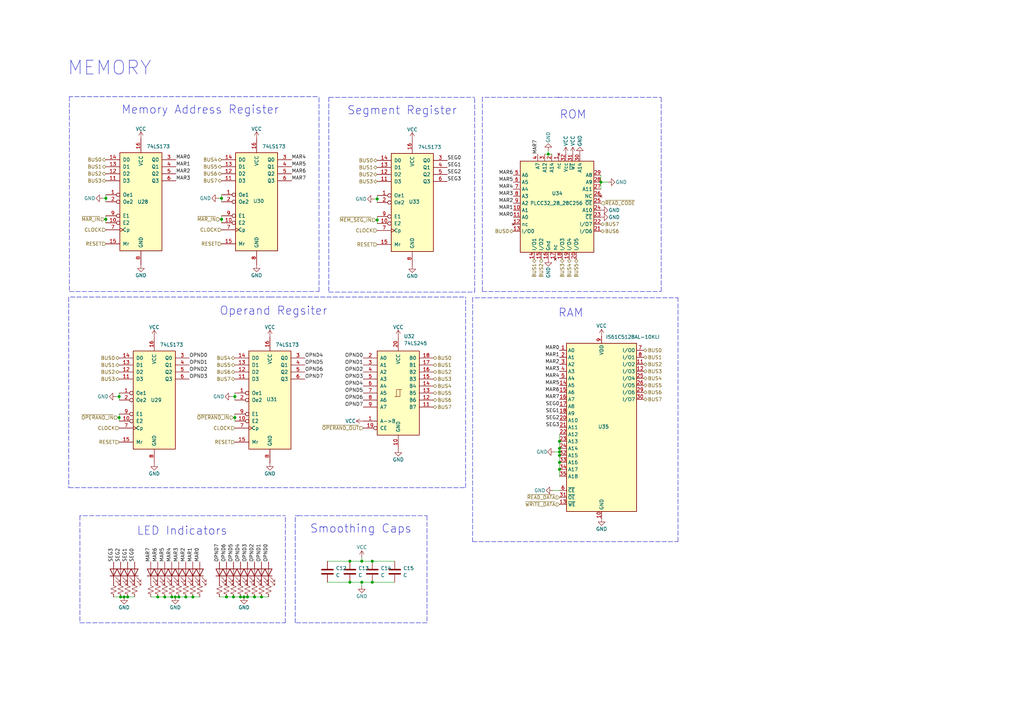
<source format=kicad_sch>
(kicad_sch (version 20211123) (generator eeschema)
  (paper "User" 370.992 259.994)
  (lib_symbols
    (symbol "74xx:74LS173" (pin_names (offset 1.016))
      (property "Reference" "U" (at -7.62 19.05 0))
      (property "Value" "74LS173" (at -7.62 -19.05 0))
      (symbol "74LS173_1_0"
        (pin input inverted (at -12.7 2.54 0) (length 5.08) (name "Oe1") (number "1"))
        (pin input inverted (at -12.7 -7.62 0) (length 5.08) (name "E2") (number "10"))
        (pin input line (at -12.7 7.62 0) (length 5.08) (name "D3") (number "11"))
        (pin input line (at -12.7 10.16 0) (length 5.08) (name "D2") (number "12"))
        (pin input line (at -12.7 12.7 0) (length 5.08) (name "D1") (number "13"))
        (pin input line (at -12.7 15.24 0) (length 5.08) (name "D0") (number "14"))
        (pin input line (at -12.7 -15.24 0) (length 5.08) (name "Mr") (number "15"))
        (pin power_in line (at 0 22.86 270) (length 5.08) (name "VCC") (number "16"))
        (pin input inverted (at -12.7 0 0) (length 5.08) (name "Oe2") (number "2"))
        (pin tri_state line (at 12.7 15.24 180) (length 5.08) (name "Q0") (number "3"))
        (pin tri_state line (at 12.7 12.7 180) (length 5.08) (name "Q1") (number "4"))
        (pin tri_state line (at 12.7 10.16 180) (length 5.08) (name "Q2") (number "5"))
        (pin tri_state line (at 12.7 7.62 180) (length 5.08) (name "Q3") (number "6"))
        (pin input clock (at -12.7 -10.16 0) (length 5.08) (name "Cp") (number "7"))
        (pin power_in line (at 0 -22.86 90) (length 5.08) (name "GND") (number "8"))
        (pin input inverted (at -12.7 -5.08 0) (length 5.08) (name "E1") (number "9"))
      )
      (symbol "74LS173_1_1"
        (rectangle (start -7.62 17.78) (end 7.62 -17.78) (stroke (width 0.254)) (fill (type background)))
      )
    )
    (symbol "74xx:74LS245" (pin_names (offset 1.016))
      (property "Reference" "U" (at -7.62 16.51 0))
      (property "Value" "74LS245" (at -7.62 -16.51 0))
      (symbol "74LS245_1_0"
        (polyline (pts (xy -0.635 -1.27) (xy -0.635 1.27) (xy 0.635 1.27)))
        (polyline (pts (xy -1.27 -1.27) (xy 0.635 -1.27) (xy 0.635 1.27) (xy 1.27 1.27)))
        (pin input line (at -12.7 -10.16 0) (length 5.08) (name "A->B") (number "1"))
        (pin power_in line (at 0 -20.32 90) (length 5.08) (name "GND") (number "10"))
        (pin tri_state line (at 12.7 -5.08 180) (length 5.08) (name "B7") (number "11"))
        (pin tri_state line (at 12.7 -2.54 180) (length 5.08) (name "B6") (number "12"))
        (pin tri_state line (at 12.7 0 180) (length 5.08) (name "B5") (number "13"))
        (pin tri_state line (at 12.7 2.54 180) (length 5.08) (name "B4") (number "14"))
        (pin tri_state line (at 12.7 5.08 180) (length 5.08) (name "B3") (number "15"))
        (pin tri_state line (at 12.7 7.62 180) (length 5.08) (name "B2") (number "16"))
        (pin tri_state line (at 12.7 10.16 180) (length 5.08) (name "B1") (number "17"))
        (pin tri_state line (at 12.7 12.7 180) (length 5.08) (name "B0") (number "18"))
        (pin input inverted (at -12.7 -12.7 0) (length 5.08) (name "CE") (number "19"))
        (pin tri_state line (at -12.7 12.7 0) (length 5.08) (name "A0") (number "2"))
        (pin power_in line (at 0 20.32 270) (length 5.08) (name "VCC") (number "20"))
        (pin tri_state line (at -12.7 10.16 0) (length 5.08) (name "A1") (number "3"))
        (pin tri_state line (at -12.7 7.62 0) (length 5.08) (name "A2") (number "4"))
        (pin tri_state line (at -12.7 5.08 0) (length 5.08) (name "A3") (number "5"))
        (pin tri_state line (at -12.7 2.54 0) (length 5.08) (name "A4") (number "6"))
        (pin tri_state line (at -12.7 0 0) (length 5.08) (name "A5") (number "7"))
        (pin tri_state line (at -12.7 -2.54 0) (length 5.08) (name "A6") (number "8"))
        (pin tri_state line (at -12.7 -5.08 0) (length 5.08) (name "A7") (number "9"))
      )
      (symbol "74LS245_1_1"
        (rectangle (start -7.62 15.24) (end 7.62 -15.24) (stroke (width 0.254)) (fill (type background)))
      )
    )
    (symbol "Device:C" (pin_numbers hide) (pin_names (offset 0.254))
      (property "Reference" "C" (at 0.635 2.54 0))
      (property "Value" "C" (at 0.635 -2.54 0))
      (symbol "C_0_1"
        (polyline (pts (xy -2.032 -0.762) (xy 2.032 -0.762)) (stroke (width 0.508)))
        (polyline (pts (xy -2.032 0.762) (xy 2.032 0.762)) (stroke (width 0.508)))
      )
      (symbol "C_1_1"
        (pin passive line (at 0 3.81 270) (length 2.794) (name "~") (number "1"))
        (pin passive line (at 0 -3.81 90) (length 2.794) (name "~") (number "2"))
      )
    )
    (symbol "Device:LED" (pin_numbers hide) (pin_names (offset 1.016) hide)
      (property "Reference" "D" (at 0 2.54 0))
      (property "Value" "LED" (at 0 -2.54 0))
      (symbol "LED_0_1"
        (polyline (pts (xy -1.27 -1.27) (xy -1.27 1.27)) (stroke (width 0.254)))
        (polyline (pts (xy -1.27 0) (xy 1.27 0)))
        (polyline (pts (xy 1.27 -1.27) (xy 1.27 1.27) (xy -1.27 0) (xy 1.27 -1.27)) (stroke (width 0.254)))
        (polyline (pts (xy -3.048 -0.762) (xy -4.572 -2.286) (xy -3.81 -2.286) (xy -4.572 -2.286) (xy -4.572 -1.524)))
        (polyline (pts (xy -1.778 -0.762) (xy -3.302 -2.286) (xy -2.54 -2.286) (xy -3.302 -2.286) (xy -3.302 -1.524)))
      )
      (symbol "LED_1_1"
        (pin passive line (at -3.81 0 0) (length 2.54) (name "K") (number "1"))
        (pin passive line (at 3.81 0 180) (length 2.54) (name "A") (number "2"))
      )
    )
    (symbol "Device:R_Small_US" (pin_numbers hide) (pin_names (offset 0.254) hide)
      (property "Reference" "R" (at 0.762 0.508 0))
      (property "Value" "R_Small_US" (at 0.762 -1.016 0))
      (symbol "R_Small_US_1_1"
        (polyline (pts (xy 0 0) (xy 1.016 -0.381) (xy 0 -0.762) (xy -1.016 -1.143) (xy 0 -1.524)))
        (polyline (pts (xy 0 1.524) (xy 1.016 1.143) (xy 0 0.762) (xy -1.016 0.381) (xy 0 0)))
        (pin passive line (at 0 2.54 270) (length 1.016) (name "~") (number "1"))
        (pin passive line (at 0 -2.54 90) (length 1.016) (name "~") (number "2"))
      )
    )
    (symbol "Memory_RAM:IS61C5128AL-10KLI"
      (property "Reference" "U" (at -10.16 31.75 0))
      (property "Value" "IS61C5128AL-10KLI" (at 12.7 31.75 0))
      (symbol "IS61C5128AL-10KLI_0_1"
        (rectangle (start -12.7 30.48) (end 12.7 -30.48) (stroke (width 0.254)) (fill (type background)))
      )
      (symbol "IS61C5128AL-10KLI_1_1"
        (pin input line (at -15.24 27.94 0) (length 2.54) (name "A0") (number "1"))
        (pin power_in line (at 0 -33.02 90) (length 2.54) (name "GND") (number "10"))
        (pin bidirectional line (at 15.24 22.86 180) (length 2.54) (name "I/O2") (number "11"))
        (pin bidirectional line (at 15.24 20.32 180) (length 2.54) (name "I/O3") (number "12"))
        (pin input line (at -15.24 -27.94 0) (length 2.54) (name "~{WE}") (number "13"))
        (pin input line (at -15.24 15.24 0) (length 2.54) (name "A5") (number "14"))
        (pin input line (at -15.24 12.7 0) (length 2.54) (name "A6") (number "15"))
        (pin input line (at -15.24 10.16 0) (length 2.54) (name "A7") (number "16"))
        (pin input line (at -15.24 7.62 0) (length 2.54) (name "A8") (number "17"))
        (pin input line (at -15.24 5.08 0) (length 2.54) (name "A9") (number "18"))
        (pin no_connect line (at 12.7 -27.94 180) (length 2.54) hide (name "NC") (number "19"))
        (pin input line (at -15.24 25.4 0) (length 2.54) (name "A1") (number "2"))
        (pin input line (at -15.24 2.54 0) (length 2.54) (name "A10") (number "20"))
        (pin input line (at -15.24 0 0) (length 2.54) (name "A11") (number "21"))
        (pin input line (at -15.24 -2.54 0) (length 2.54) (name "A12") (number "22"))
        (pin input line (at -15.24 -5.08 0) (length 2.54) (name "A13") (number "23"))
        (pin input line (at -15.24 -7.62 0) (length 2.54) (name "A14") (number "24"))
        (pin bidirectional line (at 15.24 17.78 180) (length 2.54) (name "I/O4") (number "25"))
        (pin bidirectional line (at 15.24 15.24 180) (length 2.54) (name "I/O5") (number "26"))
        (pin passive line (at 0 33.02 270) (length 2.54) hide (name "VDD") (number "27"))
        (pin passive line (at 0 -33.02 90) (length 2.54) hide (name "GND") (number "28"))
        (pin bidirectional line (at 15.24 12.7 180) (length 2.54) (name "I/O6") (number "29"))
        (pin input line (at -15.24 22.86 0) (length 2.54) (name "A2") (number "3"))
        (pin bidirectional line (at 15.24 10.16 180) (length 2.54) (name "I/O7") (number "30"))
        (pin input line (at -15.24 -25.4 0) (length 2.54) (name "~{OE}") (number "31"))
        (pin input line (at -15.24 -10.16 0) (length 2.54) (name "A15") (number "32"))
        (pin input line (at -15.24 -12.7 0) (length 2.54) (name "A16") (number "33"))
        (pin input line (at -15.24 -15.24 0) (length 2.54) (name "A17") (number "34"))
        (pin input line (at -15.24 -17.78 0) (length 2.54) (name "A18") (number "35"))
        (pin no_connect line (at 12.7 -25.4 180) (length 2.54) hide (name "NC") (number "36"))
        (pin input line (at -15.24 20.32 0) (length 2.54) (name "A3") (number "4"))
        (pin input line (at -15.24 17.78 0) (length 2.54) (name "A4") (number "5"))
        (pin input line (at -15.24 -22.86 0) (length 2.54) (name "~{CE}") (number "6"))
        (pin bidirectional line (at 15.24 27.94 180) (length 2.54) (name "I/O0") (number "7"))
        (pin bidirectional line (at 15.24 25.4 180) (length 2.54) (name "I/O1") (number "8"))
        (pin power_in line (at 0 33.02 270) (length 2.54) (name "VDD") (number "9"))
      )
    )
    (symbol "Stephen:PLCC32_28_28C256"
      (property "Reference" "U" (at 19.05 -22.86 0))
      (property "Value" "PLCC32_28_28C256" (at 10.16 -20.32 0))
      (symbol "PLCC32_28_28C256_1_1"
        (rectangle (start -12.7 15.24) (end 13.97 -17.78) (stroke (width 0.254)) (fill (type background)))
        (pin no_connect line (at 1.27 17.78 270) (length 2.54) (name "nc") (number "1"))
        (pin input line (at -15.24 -2.54 0) (length 2.54) (name "A1") (number "10"))
        (pin input line (at -15.24 -5.08 0) (length 2.54) (name "A0") (number "11"))
        (pin no_connect line (at -15.24 -7.62 0) (length 2.54) (name "nc") (number "12"))
        (pin bidirectional line (at -15.24 -10.16 0) (length 2.54) (name "I/O0") (number "13"))
        (pin bidirectional line (at -7.62 -20.32 90) (length 2.54) (name "I/O1") (number "14"))
        (pin bidirectional line (at -5.08 -20.32 90) (length 2.54) (name "I/O2") (number "15"))
        (pin power_in line (at -2.54 -20.32 90) (length 2.54) (name "Gnd") (number "16"))
        (pin no_connect line (at 0 -20.32 90) (length 2.54) (name "nc") (number "17"))
        (pin bidirectional line (at 2.54 -20.32 90) (length 2.54) (name "I/O3") (number "18"))
        (pin bidirectional line (at 5.08 -20.32 90) (length 2.54) (name "I/O4") (number "19"))
        (pin input line (at -1.27 17.78 270) (length 2.54) (name "A14") (number "2"))
        (pin bidirectional line (at 7.62 -20.32 90) (length 2.54) (name "I/O5") (number "20"))
        (pin bidirectional line (at 16.51 -10.16 180) (length 2.54) (name "I/O6") (number "21"))
        (pin bidirectional line (at 16.51 -7.62 180) (length 2.54) (name "I/O7") (number "22"))
        (pin input line (at 16.51 -5.08 180) (length 2.54) (name "~{CE}") (number "23"))
        (pin input line (at 16.51 -2.54 180) (length 2.54) (name "A10") (number "24"))
        (pin input line (at 16.51 0 180) (length 2.54) (name "~{OE}") (number "25"))
        (pin no_connect line (at 16.51 2.54 180) (length 2.54) (name "NC") (number "26"))
        (pin input line (at 16.51 5.08 180) (length 2.54) (name "A11") (number "27"))
        (pin input line (at 16.51 7.62 180) (length 2.54) (name "A9") (number "28"))
        (pin input line (at 16.51 10.16 180) (length 2.54) (name "A8") (number "29"))
        (pin input line (at -3.81 17.78 270) (length 2.54) (name "A12") (number "3"))
        (pin input line (at 8.89 17.78 270) (length 2.54) (name "A14") (number "30"))
        (pin input line (at 6.35 17.78 270) (length 2.54) (name "~{WE}") (number "31"))
        (pin power_in line (at 3.81 17.78 270) (length 2.54) (name "Vcc") (number "32"))
        (pin input line (at -6.35 17.78 270) (length 2.54) (name "A7") (number "4"))
        (pin input line (at -15.24 10.16 0) (length 2.54) (name "A6") (number "5"))
        (pin input line (at -15.24 7.62 0) (length 2.54) (name "A5") (number "6"))
        (pin input line (at -15.24 5.08 0) (length 2.54) (name "A4") (number "7"))
        (pin input line (at -15.24 2.54 0) (length 2.54) (name "A3") (number "8"))
        (pin input line (at -15.24 0 0) (length 2.54) (name "A2") (number "9"))
      )
    )
    (symbol "power:GND" (power) (pin_names (offset 0))
      (property "Value" "GND" (at 0 -3.81 0))
      (symbol "GND_0_1"
        (polyline (pts (xy 0 0) (xy 0 -1.27) (xy 1.27 -1.27) (xy 0 -2.54) (xy -1.27 -1.27) (xy 0 -1.27)))
      )
      (symbol "GND_1_1"
        (pin power_in line (at 0 0 270) (length 0) hide (name "GND") (number "1"))
      )
    )
    (symbol "power:VCC" (power) (pin_names (offset 0))
      (property "Value" "VCC" (at 0 3.81 0))
      (symbol "VCC_0_1"
        (polyline (pts (xy -0.762 1.27) (xy 0 2.54)))
        (polyline (pts (xy 0 0) (xy 0 2.54)))
        (polyline (pts (xy 0 2.54) (xy 0.762 1.27)))
      )
      (symbol "VCC_1_1"
        (pin power_in line (at 0 0 90) (length 0) hide (name "VCC") (number "1"))
      )
    )
  )
  (junction (at 84.582 216.408))
  (junction (at 44.958 216.408))
  (junction (at 67.31 216.408))
  (junction (at 80.264 79.502))
  (junction (at 202.692 165.1))
  (junction (at 134.874 211.074))
  (junction (at 82.042 216.408))
  (junction (at 38.354 79.502))
  (junction (at 43.18 143.764))
  (junction (at 80.264 71.882))
  (junction (at 198.628 55.88))
  (junction (at 92.202 216.408))
  (junction (at 131.064 203.454))
  (junction (at 85.09 143.764))
  (junction (at 46.228 216.408))
  (junction (at 85.09 151.384))
  (junction (at 62.23 216.408))
  (junction (at 131.064 211.074))
  (junction (at 202.692 163.83))
  (junction (at 57.15 216.408))
  (junction (at 94.742 216.408))
  (junction (at 87.122 216.408))
  (junction (at 43.688 216.408))
  (junction (at 136.652 79.756))
  (junction (at 202.692 162.56))
  (junction (at 64.77 216.408))
  (junction (at 38.354 71.882))
  (junction (at 88.392 216.408))
  (junction (at 43.18 151.384))
  (junction (at 202.692 160.02))
  (junction (at 126.746 203.454))
  (junction (at 59.69 216.408))
  (junction (at 202.692 167.64))
  (junction (at 202.692 170.18))
  (junction (at 126.746 211.074))
  (junction (at 217.678 66.04))
  (junction (at 134.874 203.454))
  (junction (at 89.662 216.408))
  (junction (at 63.5 216.408))
  (junction (at 136.652 72.136))
  (junction (at 69.85 216.408))
  (polyline (pts (xy 148.336 35.306) (xy 171.958 35.306)))
  (wire (pts (xy 202.692 165.1) (xy 202.692 167.64)))
  (polyline (pts (xy 106.934 186.944) (xy 108.204 186.944)))
  (polyline (pts (xy 25.146 105.664) (xy 115.57 105.664)))
  (wire (pts (xy 84.582 216.408) (xy 87.122 216.408)))
  (wire (pts (xy 131.064 212.344) (xy 131.064 211.074)))
  (wire (pts (xy 202.692 167.64) (xy 202.692 170.18)))
  (wire (pts (xy 87.122 216.408) (xy 88.392 216.408)))
  (polyline (pts (xy 168.656 176.784) (xy 168.656 107.696)))
  (wire (pts (xy 198.628 54.61) (xy 198.628 55.88)))
  (wire (pts (xy 198.628 55.88) (xy 197.358 55.88)))
  (polyline (pts (xy 174.752 35.306) (xy 174.752 105.664)))
  (wire (pts (xy 84.074 143.764) (xy 85.09 143.764)))
  (wire (pts (xy 136.652 78.486) (xy 136.652 79.756)))
  (wire (pts (xy 136.652 72.136) (xy 136.652 73.406)))
  (wire (pts (xy 202.692 162.56) (xy 202.692 163.83)))
  (polyline (pts (xy 239.522 105.664) (xy 239.522 35.306)))
  (polyline (pts (xy 115.57 105.664) (xy 115.57 35.052)))
  (wire (pts (xy 134.874 211.074) (xy 143.002 211.074)))
  (wire (pts (xy 202.692 163.83) (xy 202.692 165.1)))
  (wire (pts (xy 38.354 71.882) (xy 38.354 73.152)))
  (polyline (pts (xy 24.892 176.784) (xy 168.656 176.784)))
  (wire (pts (xy 42.164 143.764) (xy 43.18 143.764)))
  (polyline (pts (xy 106.934 225.806) (xy 106.934 186.944)))
  (polyline (pts (xy 54.61 186.944) (xy 28.956 186.944)))
  (wire (pts (xy 89.662 216.408) (xy 92.202 216.408)))
  (wire (pts (xy 85.09 151.384) (xy 85.09 152.654)))
  (polyline (pts (xy 98.044 107.696) (xy 24.892 107.696)))
  (wire (pts (xy 67.31 216.408) (xy 69.85 216.408)))
  (wire (pts (xy 64.77 216.408) (xy 67.31 216.408)))
  (wire (pts (xy 131.064 211.074) (xy 126.746 211.074)))
  (wire (pts (xy 38.354 79.502) (xy 38.354 80.772)))
  (polyline (pts (xy 202.184 35.306) (xy 239.522 35.306)))
  (wire (pts (xy 54.61 216.408) (xy 57.15 216.408)))
  (polyline (pts (xy 154.686 225.806) (xy 106.934 225.806)))
  (wire (pts (xy 200.914 163.83) (xy 202.692 163.83)))
  (wire (pts (xy 80.264 79.502) (xy 80.264 80.772)))
  (wire (pts (xy 85.09 150.114) (xy 85.09 151.384)))
  (wire (pts (xy 126.746 203.454) (xy 118.618 203.454)))
  (wire (pts (xy 38.354 78.232) (xy 38.354 79.502)))
  (wire (pts (xy 37.338 71.882) (xy 38.354 71.882)))
  (wire (pts (xy 57.15 216.408) (xy 59.69 216.408)))
  (wire (pts (xy 43.18 150.114) (xy 43.18 151.384)))
  (polyline (pts (xy 28.956 225.806) (xy 103.378 225.806)))
  (wire (pts (xy 38.354 70.612) (xy 38.354 71.882)))
  (wire (pts (xy 46.228 216.408) (xy 48.768 216.408)))
  (wire (pts (xy 85.09 143.764) (xy 85.09 145.034)))
  (wire (pts (xy 37.846 79.502) (xy 38.354 79.502)))
  (wire (pts (xy 42.672 151.384) (xy 43.18 151.384)))
  (wire (pts (xy 79.756 79.502) (xy 80.264 79.502)))
  (wire (pts (xy 43.18 143.764) (xy 43.18 145.034)))
  (wire (pts (xy 84.582 151.384) (xy 85.09 151.384)))
  (wire (pts (xy 136.144 79.756) (xy 136.652 79.756)))
  (wire (pts (xy 62.23 216.408) (xy 63.5 216.408)))
  (polyline (pts (xy 171.196 107.95) (xy 171.196 196.342)))
  (wire (pts (xy 131.064 202.184) (xy 131.064 203.454)))
  (polyline (pts (xy 54.356 186.944) (xy 103.378 186.944)))
  (polyline (pts (xy 103.378 225.806) (xy 103.378 186.944)))
  (wire (pts (xy 63.5 216.408) (xy 64.77 216.408)))
  (wire (pts (xy 41.148 216.408) (xy 43.688 216.408)))
  (polyline (pts (xy 202.438 35.306) (xy 174.752 35.306)))
  (wire (pts (xy 80.264 71.882) (xy 80.264 73.152)))
  (wire (pts (xy 79.248 71.882) (xy 80.264 71.882)))
  (polyline (pts (xy 119.126 35.306) (xy 119.126 105.918)))
  (wire (pts (xy 198.628 55.88) (xy 199.898 55.88)))
  (polyline (pts (xy 107.95 186.944) (xy 154.686 186.944)))
  (polyline (pts (xy 171.958 105.918) (xy 171.958 35.306)))
  (wire (pts (xy 136.652 70.866) (xy 136.652 72.136)))
  (wire (pts (xy 202.692 157.48) (xy 202.692 160.02)))
  (wire (pts (xy 202.692 160.02) (xy 202.692 162.56)))
  (wire (pts (xy 200.406 177.8) (xy 202.692 177.8)))
  (polyline (pts (xy 28.956 186.944) (xy 28.956 225.806)))
  (wire (pts (xy 88.392 216.408) (xy 89.662 216.408)))
  (polyline (pts (xy 24.892 107.696) (xy 24.892 176.784)))
  (polyline (pts (xy 148.336 35.306) (xy 119.126 35.306)))
  (wire (pts (xy 43.688 216.408) (xy 44.958 216.408)))
  (wire (pts (xy 43.18 151.384) (xy 43.18 152.654)))
  (wire (pts (xy 202.692 170.18) (xy 202.692 172.72)))
  (polyline (pts (xy 174.752 105.664) (xy 239.522 105.664)))
  (polyline (pts (xy 25.146 35.052) (xy 25.146 105.664)))
  (wire (pts (xy 131.064 211.074) (xy 134.874 211.074)))
  (wire (pts (xy 82.042 216.408) (xy 84.582 216.408)))
  (wire (pts (xy 126.746 211.074) (xy 118.618 211.074)))
  (wire (pts (xy 217.678 66.04) (xy 220.218 66.04)))
  (wire (pts (xy 43.18 142.494) (xy 43.18 143.764)))
  (wire (pts (xy 135.636 72.136) (xy 136.652 72.136)))
  (wire (pts (xy 217.678 66.04) (xy 217.678 68.58)))
  (polyline (pts (xy 154.686 186.944) (xy 154.686 225.806)))
  (wire (pts (xy 126.746 203.454) (xy 131.064 203.454)))
  (polyline (pts (xy 171.196 196.342) (xy 245.618 196.342)))
  (polyline (pts (xy 245.618 196.342) (xy 245.618 107.95)))
  (polyline (pts (xy 72.136 35.052) (xy 25.146 35.052)))
  (polyline (pts (xy 72.136 35.052) (xy 115.57 35.052)))
  (wire (pts (xy 79.502 216.408) (xy 82.042 216.408)))
  (wire (pts (xy 92.202 216.408) (xy 94.742 216.408)))
  (wire (pts (xy 80.264 78.232) (xy 80.264 79.502)))
  (wire (pts (xy 217.678 63.5) (xy 217.678 66.04)))
  (wire (pts (xy 85.09 142.494) (xy 85.09 143.764)))
  (polyline (pts (xy 97.79 107.696) (xy 168.656 107.696)))
  (polyline (pts (xy 119.126 105.918) (xy 171.958 105.918)))
  (wire (pts (xy 131.064 203.454) (xy 134.874 203.454)))
  (wire (pts (xy 136.652 79.756) (xy 136.652 81.026)))
  (wire (pts (xy 59.69 216.408) (xy 62.23 216.408)))
  (polyline (pts (xy 210.312 107.95) (xy 171.196 107.95)))
  (wire (pts (xy 44.958 216.408) (xy 46.228 216.408)))
  (wire (pts (xy 80.264 70.612) (xy 80.264 71.882)))
  (polyline (pts (xy 210.312 107.95) (xy 245.618 107.95)))
  (wire (pts (xy 69.85 216.408) (xy 72.39 216.408)))
  (wire (pts (xy 134.874 203.454) (xy 143.002 203.454)))
  (wire (pts (xy 94.742 216.408) (xy 97.282 216.408)))
  (text "Segment Register" (at 125.73 41.91 0) (effects (font (size 3 3)) (justify left bottom)))
  (text "Operand Regsiter" (at 79.502 114.554 0) (effects (font (size 3 3)) (justify left bottom)))
  (text "MEMORY" (at 24.384 27.686 0) (effects (font (size 5 5)) (justify left bottom)))
  (text "RAM" (at 202.184 115.316 0) (effects (font (size 3 3)) (justify left bottom)))
  (text "Memory Address Register" (at 43.942 41.656 0) (effects (font (size 3 3)) (justify left bottom)))
  (text "LED Indicators" (at 49.53 194.31 0) (effects (font (size 3 3)) (justify left bottom)))
  (text "ROM" (at 202.692 43.434 0) (effects (font (size 3 3)) (justify left bottom)))
  (text "Smoothing Caps" (at 112.268 193.548 0) (effects (font (size 3 3)) (justify left bottom)))
  (label "MAR3" (at 185.928 71.12 180))
  (label "SEG3" (at 162.052 65.786 0))
  (label "SEG2" (at 43.688 203.708 90))
  (label "OPND5" (at 131.572 142.494 180))
  (label "MAR6" (at 57.15 203.708 90))
  (label "MAR4" (at 202.692 137.16 180))
  (label "OPND4" (at 87.122 203.708 90))
  (label "OPND1" (at 131.572 132.334 180))
  (label "MAR2" (at 63.754 62.992 0))
  (label "MAR0" (at 202.692 127 180))
  (label "OPND0" (at 131.572 129.794 180))
  (label "MAR2" (at 67.31 203.708 90))
  (label "OPND2" (at 68.58 134.874 0))
  (label "MAR7" (at 54.61 203.708 90))
  (label "SEG1" (at 46.228 203.708 90))
  (label "MAR2" (at 185.928 73.66 180))
  (label "OPND2" (at 92.202 203.708 90))
  (label "OPND7" (at 110.49 137.414 0))
  (label "SEG1" (at 162.052 60.706 0))
  (label "OPND6" (at 110.49 134.874 0))
  (label "MAR1" (at 202.692 129.54 180))
  (label "SEG0" (at 162.052 58.166 0))
  (label "OPND4" (at 110.49 129.794 0))
  (label "MAR6" (at 185.928 63.5 180))
  (label "OPND1" (at 68.58 132.334 0))
  (label "MAR4" (at 185.928 68.58 180))
  (label "MAR5" (at 185.928 66.04 180))
  (label "OPND6" (at 82.042 203.708 90))
  (label "MAR5" (at 105.664 60.452 0))
  (label "SEG3" (at 41.148 203.708 90))
  (label "MAR1" (at 63.754 60.452 0))
  (label "MAR6" (at 202.692 142.24 180))
  (label "OPND5" (at 110.49 132.334 0))
  (label "SEG2" (at 162.052 63.246 0))
  (label "OPND4" (at 131.572 139.954 180))
  (label "MAR2" (at 202.692 132.08 180))
  (label "MAR4" (at 105.664 57.912 0))
  (label "MAR7" (at 194.818 55.88 90))
  (label "MAR0" (at 72.39 203.708 90))
  (label "SEG1" (at 202.692 149.86 180))
  (label "MAR0" (at 63.754 57.912 0))
  (label "MAR4" (at 62.23 203.708 90))
  (label "MAR1" (at 185.928 76.2 180))
  (label "OPND7" (at 79.502 203.708 90))
  (label "MAR5" (at 59.69 203.708 90))
  (label "OPND1" (at 94.742 203.708 90))
  (label "SEG2" (at 202.692 152.4 180))
  (label "OPND3" (at 131.572 137.414 180))
  (label "MAR1" (at 69.85 203.708 90))
  (label "MAR6" (at 105.664 62.992 0))
  (label "MAR3" (at 202.692 134.62 180))
  (label "OPND2" (at 131.572 134.874 180))
  (label "OPND5" (at 84.582 203.708 90))
  (label "MAR3" (at 64.77 203.708 90))
  (label "MAR5" (at 202.692 139.7 180))
  (label "OPND0" (at 68.58 129.794 0))
  (label "SEG0" (at 202.692 147.32 180))
  (label "MAR7" (at 105.664 65.532 0))
  (label "OPND6" (at 131.572 145.034 180))
  (label "SEG3" (at 202.692 154.94 180))
  (label "MAR3" (at 63.754 65.532 0))
  (label "OPND3" (at 89.662 203.708 90))
  (label "MAR0" (at 185.928 78.74 180))
  (label "MAR7" (at 202.692 144.78 180))
  (label "OPND7" (at 131.572 147.574 180))
  (label "OPND3" (at 68.58 137.414 0))
  (label "OPND0" (at 97.282 203.708 90))
  (label "SEG0" (at 48.768 203.708 90))
  (hierarchical_label "BUS1" (shape tri_state) (at 136.652 60.706 180))
  (hierarchical_label "BUS7" (shape tri_state) (at 80.264 65.532 180))
  (hierarchical_label "~{OPERAND_OUT}" (shape input) (at 131.572 155.194 180))
  (hierarchical_label "BUS1" (shape tri_state) (at 233.172 129.54 0))
  (hierarchical_label "RESET" (shape input) (at 85.09 160.274 180))
  (hierarchical_label "RESET" (shape input) (at 43.18 160.274 180))
  (hierarchical_label "CLOCK" (shape input) (at 80.264 83.312 180))
  (hierarchical_label "~{MEM_SEG_IN}" (shape input) (at 136.144 79.756 180))
  (hierarchical_label "BUS3" (shape tri_state) (at 136.652 65.786 180))
  (hierarchical_label "BUS4" (shape tri_state) (at 85.09 129.794 180))
  (hierarchical_label "~{OPERAND_IN}" (shape input) (at 42.672 151.384 180))
  (hierarchical_label "BUS0" (shape tri_state) (at 38.354 57.912 180))
  (hierarchical_label "CLOCK" (shape input) (at 38.354 83.312 180))
  (hierarchical_label "BUS6" (shape tri_state) (at 85.09 134.874 180))
  (hierarchical_label "BUS2" (shape tri_state) (at 156.972 134.874 0))
  (hierarchical_label "BUS1" (shape tri_state) (at 156.972 132.334 0))
  (hierarchical_label "BUS4" (shape tri_state) (at 206.248 93.98 270))
  (hierarchical_label "BUS5" (shape tri_state) (at 85.09 132.334 180))
  (hierarchical_label "BUS3" (shape tri_state) (at 233.172 134.62 0))
  (hierarchical_label "BUS2" (shape tri_state) (at 196.088 93.98 270))
  (hierarchical_label "~{OPERAND_IN}" (shape input) (at 84.582 151.384 180))
  (hierarchical_label "BUS7" (shape tri_state) (at 156.972 147.574 0))
  (hierarchical_label "CLOCK" (shape input) (at 43.18 155.194 180))
  (hierarchical_label "BUS0" (shape tri_state) (at 136.652 58.166 180))
  (hierarchical_label "CLOCK" (shape input) (at 85.09 155.194 180))
  (hierarchical_label "BUS7" (shape tri_state) (at 233.172 144.78 0))
  (hierarchical_label "BUS0" (shape tri_state) (at 156.972 129.794 0))
  (hierarchical_label "BUS3" (shape tri_state) (at 203.708 93.98 270))
  (hierarchical_label "BUS4" (shape tri_state) (at 233.172 137.16 0))
  (hierarchical_label "BUS3" (shape tri_state) (at 43.18 137.414 180))
  (hierarchical_label "BUS6" (shape tri_state) (at 156.972 145.034 0))
  (hierarchical_label "BUS2" (shape tri_state) (at 38.354 62.992 180))
  (hierarchical_label "~{MAR_IN}" (shape input) (at 37.846 79.502 180))
  (hierarchical_label "BUS1" (shape tri_state) (at 38.354 60.452 180))
  (hierarchical_label "BUS7" (shape tri_state) (at 217.678 81.28 0))
  (hierarchical_label "RESET" (shape input) (at 80.264 88.392 180))
  (hierarchical_label "BUS4" (shape tri_state) (at 156.972 139.954 0))
  (hierarchical_label "BUS6" (shape tri_state) (at 80.264 62.992 180))
  (hierarchical_label "BUS2" (shape tri_state) (at 43.18 134.874 180))
  (hierarchical_label "BUS3" (shape tri_state) (at 156.972 137.414 0))
  (hierarchical_label "~{WRITE_DATA}" (shape input) (at 202.692 182.88 180))
  (hierarchical_label "RESET" (shape input) (at 136.652 88.646 180))
  (hierarchical_label "BUS4" (shape tri_state) (at 80.264 57.912 180))
  (hierarchical_label "BUS5" (shape tri_state) (at 208.788 93.98 270))
  (hierarchical_label "BUS6" (shape tri_state) (at 217.678 83.82 0))
  (hierarchical_label "BUS2" (shape tri_state) (at 136.652 63.246 180))
  (hierarchical_label "BUS5" (shape tri_state) (at 80.264 60.452 180))
  (hierarchical_label "BUS5" (shape tri_state) (at 156.972 142.494 0))
  (hierarchical_label "BUS0" (shape tri_state) (at 233.172 127 0))
  (hierarchical_label "BUS0" (shape tri_state) (at 185.928 83.82 180))
  (hierarchical_label "BUS1" (shape tri_state) (at 43.18 132.334 180))
  (hierarchical_label "BUS1" (shape tri_state) (at 193.548 93.98 270))
  (hierarchical_label "~{MAR_IN}" (shape input) (at 79.756 79.502 180))
  (hierarchical_label "BUS0" (shape tri_state) (at 43.18 129.794 180))
  (hierarchical_label "BUS7" (shape tri_state) (at 85.09 137.414 180))
  (hierarchical_label "~{READ_CODE}" (shape input) (at 217.678 73.66 0))
  (hierarchical_label "BUS3" (shape tri_state) (at 38.354 65.532 180))
  (hierarchical_label "BUS5" (shape tri_state) (at 233.172 139.7 0))
  (hierarchical_label "CLOCK" (shape input) (at 136.652 83.566 180))
  (hierarchical_label "BUS6" (shape tri_state) (at 233.172 142.24 0))
  (hierarchical_label "~{READ_DATA}" (shape input) (at 202.692 180.34 180))
  (hierarchical_label "BUS2" (shape tri_state) (at 233.172 132.08 0))
  (hierarchical_label "RESET" (shape input) (at 38.354 88.392 180))
  (symbol (lib_id "Device:C") (at 118.618 207.264 0) (unit 1)
    (property "Reference" "C12" (at 121.666 205.9939 0) (effects (justify left)))
    (property "Value" "C" (at 121.666 208.5339 0) (effects (justify left)))
    (property "Footprint" "Capacitor_SMD:C_0805_2012Metric" (effects hide))
  )
  (symbol (lib_id "power:VCC") (at 55.88 122.174 0) (unit 1)
    (property "Reference" "#PWR0116" (effects hide))
    (property "Value" "VCC" (at 55.88 118.618 0))
  )
  (symbol (lib_id "Device:R_Small_US") (at 72.39 213.868 0) (unit 1)
    (property "Reference" "R65" (effects hide))
    (property "Value" "R_Small_US" (effects hide))
    (property "Footprint" "Resistor_SMD:R_0805_2012Metric" (effects hide))
  )
  (symbol (lib_id "74xx:74LS173") (at 92.964 73.152 0) (unit 1)
    (property "Reference" "U30" (at 91.694 72.898 0) (effects (justify left)))
    (property "Value" "74LS173" (at 94.9834 53.086 0) (effects (justify left)))
    (property "Footprint" "Package_SO:TSSOP-16_4.4x5mm_P0.65mm" (effects hide))
    (property "Datasheet" "http://www.ti.com/lit/gpn/sn74LS173" (effects hide))
  )
  (symbol (lib_id "power:GND") (at 149.352 96.266 0) (unit 1)
    (property "Reference" "#PWR0133" (effects hide))
    (property "Value" "GND" (at 149.352 100.076 0))
  )
  (symbol (lib_id "74xx:74LS173") (at 51.054 73.152 0) (unit 1)
    (property "Reference" "U28" (at 49.784 73.152 0) (effects (justify left)))
    (property "Value" "74LS173" (at 53.0734 53.086 0) (effects (justify left)))
    (property "Footprint" "Package_SO:TSSOP-16_4.4x5mm_P0.65mm" (effects hide))
    (property "Datasheet" "http://www.ti.com/lit/gpn/sn74LS173" (effects hide))
  )
  (symbol (lib_id "power:GND") (at 135.636 72.136 270) (unit 1)
    (property "Reference" "#PWR0129" (effects hide))
    (property "Value" "GND" (at 130.81 72.136 90))
  )
  (symbol (lib_id "Device:LED") (at 89.662 207.518 90) (unit 1)
    (property "Reference" "D70" (effects hide))
    (property "Value" "LED" (effects hide))
    (property "Footprint" "LED_SMD:LED_0805_2012Metric" (effects hide))
  )
  (symbol (lib_id "Device:R_Small_US") (at 94.742 213.868 0) (unit 1)
    (property "Reference" "R72" (effects hide))
    (property "Value" "R_Small_US" (effects hide))
    (property "Footprint" "Resistor_SMD:R_0805_2012Metric" (effects hide))
  )
  (symbol (lib_id "power:GND") (at 55.88 167.894 0) (unit 1)
    (property "Reference" "#PWR0117" (effects hide))
    (property "Value" "GND" (at 55.88 171.704 0))
  )
  (symbol (lib_id "power:VCC") (at 149.352 50.546 0) (unit 1)
    (property "Reference" "#PWR0132" (effects hide))
    (property "Value" "VCC" (at 149.352 46.99 0))
  )
  (symbol (lib_id "power:GND") (at 42.164 143.764 270) (unit 1)
    (property "Reference" "#PWR0112" (effects hide))
    (property "Value" "GND" (at 37.338 143.764 90))
  )
  (symbol (lib_id "Device:LED") (at 82.042 207.518 90) (unit 1)
    (property "Reference" "D67" (effects hide))
    (property "Value" "LED" (effects hide))
    (property "Footprint" "LED_SMD:LED_0805_2012Metric" (effects hide))
  )
  (symbol (lib_id "Device:R_Small_US") (at 64.77 213.868 0) (unit 1)
    (property "Reference" "R62" (effects hide))
    (property "Value" "R_Small_US" (effects hide))
    (property "Footprint" "Resistor_SMD:R_0805_2012Metric" (effects hide))
  )
  (symbol (lib_id "power:VCC") (at 131.064 202.184 0) (unit 1)
    (property "Reference" "#PWR0126" (effects hide))
    (property "Value" "VCC" (at 131.064 198.374 0))
  )
  (symbol (lib_id "Device:R_Small_US") (at 69.85 213.868 0) (unit 1)
    (property "Reference" "R64" (effects hide))
    (property "Value" "R_Small_US" (effects hide))
    (property "Footprint" "Resistor_SMD:R_0805_2012Metric" (effects hide))
  )
  (symbol (lib_id "power:GND") (at 131.064 212.344 0) (unit 1)
    (property "Reference" "#PWR0127" (effects hide))
    (property "Value" "GND" (at 131.064 216.154 0))
  )
  (symbol (lib_id "power:GND") (at 84.074 143.764 270) (unit 1)
    (property "Reference" "#PWR0120" (effects hide))
    (property "Value" "GND" (at 79.248 143.764 90))
  )
  (symbol (lib_id "Device:R_Small_US") (at 79.502 213.868 0) (unit 1)
    (property "Reference" "R66" (effects hide))
    (property "Value" "R_Small_US" (effects hide))
    (property "Footprint" "Resistor_SMD:R_0805_2012Metric" (effects hide))
  )
  (symbol (lib_id "Device:LED") (at 41.148 207.518 90) (unit 1)
    (property "Reference" "D54" (effects hide))
    (property "Value" "LED" (effects hide))
    (property "Footprint" "LED_SMD:LED_0805_2012Metric" (effects hide))
  )
  (symbol (lib_id "Device:LED") (at 69.85 207.518 90) (unit 1)
    (property "Reference" "D64" (effects hide))
    (property "Value" "LED" (effects hide))
    (property "Footprint" "LED_SMD:LED_0805_2012Metric" (effects hide))
  )
  (symbol (lib_id "Device:R_Small_US") (at 97.282 213.868 0) (unit 1)
    (property "Reference" "R73" (effects hide))
    (property "Value" "R_Small_US" (effects hide))
    (property "Footprint" "Resistor_SMD:R_0805_2012Metric" (effects hide))
  )
  (symbol (lib_id "power:GND") (at 37.338 71.882 270) (unit 1)
    (property "Reference" "#PWR0111" (effects hide))
    (property "Value" "GND" (at 32.512 71.882 90))
  )
  (symbol (lib_id "Device:R_Small_US") (at 89.662 213.868 0) (unit 1)
    (property "Reference" "R70" (effects hide))
    (property "Value" "R_Small_US" (effects hide))
    (property "Footprint" "Resistor_SMD:R_0805_2012Metric" (effects hide))
  )
  (symbol (lib_id "Device:LED") (at 59.69 207.518 90) (unit 1)
    (property "Reference" "D60" (effects hide))
    (property "Value" "LED" (effects hide))
    (property "Footprint" "LED_SMD:LED_0805_2012Metric" (effects hide))
  )
  (symbol (lib_id "Device:LED") (at 43.688 207.518 90) (unit 1)
    (property "Reference" "D55" (effects hide))
    (property "Value" "LED" (effects hide))
    (property "Footprint" "LED_SMD:LED_0805_2012Metric" (effects hide))
  )
  (symbol (lib_id "Device:R_Small_US") (at 54.61 213.868 0) (unit 1)
    (property "Reference" "R58" (effects hide))
    (property "Value" "R_Small_US" (effects hide))
    (property "Footprint" "Resistor_SMD:R_0805_2012Metric" (effects hide))
  )
  (symbol (lib_id "Device:LED") (at 87.122 207.518 90) (unit 1)
    (property "Reference" "D69" (effects hide))
    (property "Value" "LED" (effects hide))
    (property "Footprint" "LED_SMD:LED_0805_2012Metric" (effects hide))
  )
  (symbol (lib_id "power:GND") (at 44.958 216.408 0) (unit 1)
    (property "Reference" "#PWR0113" (effects hide))
    (property "Value" "GND" (at 44.958 220.218 0))
  )
  (symbol (lib_id "Device:LED") (at 57.15 207.518 90) (unit 1)
    (property "Reference" "D59" (effects hide))
    (property "Value" "LED" (effects hide))
    (property "Footprint" "LED_SMD:LED_0805_2012Metric" (effects hide))
  )
  (symbol (lib_id "Device:LED") (at 92.202 207.518 90) (unit 1)
    (property "Reference" "D71" (effects hide))
    (property "Value" "LED" (effects hide))
    (property "Footprint" "LED_SMD:LED_0805_2012Metric" (effects hide))
  )
  (symbol (lib_id "Device:C") (at 126.746 207.264 0) (unit 1)
    (property "Reference" "C13" (at 129.794 205.9939 0) (effects (justify left)))
    (property "Value" "C" (at 129.794 208.5339 0) (effects (justify left)))
    (property "Footprint" "Capacitor_SMD:C_0805_2012Metric" (effects hide))
  )
  (symbol (lib_id "power:VCC") (at 144.272 122.174 0) (unit 1)
    (property "Reference" "#PWR0130" (effects hide))
    (property "Value" "VCC" (at 144.272 118.618 0))
  )
  (symbol (lib_id "Device:LED") (at 67.31 207.518 90) (unit 1)
    (property "Reference" "D63" (effects hide))
    (property "Value" "LED" (effects hide))
    (property "Footprint" "LED_SMD:LED_0805_2012Metric" (effects hide))
  )
  (symbol (lib_id "Device:R_Small_US") (at 57.15 213.868 0) (unit 1)
    (property "Reference" "R59" (effects hide))
    (property "Value" "R_Small_US" (effects hide))
    (property "Footprint" "Resistor_SMD:R_0805_2012Metric" (effects hide))
  )
  (symbol (lib_id "Memory_RAM:IS61C5128AL-10KLI") (at 217.932 154.94 0) (unit 1)
    (property "Reference" "U35" (at 216.662 154.686 0) (effects (justify left)))
    (property "Value" "IS61C5128AL-10KLI" (at 219.456 122.174 0) (effects (justify left)))
    (property "Footprint" "Stephenv6:SOJ-36_10.16x23.49mm_P1.27mm" (effects hide))
    (property "Datasheet" "http://www.issi.com/WW/pdf/61-64C5128AL.pdf" (effects hide))
  )
  (symbol (lib_id "power:GND") (at 198.628 93.98 0) (unit 1)
    (property "Reference" "#PWR0135" (effects hide))
    (property "Value" "GND" (at 198.628 98.806 90))
  )
  (symbol (lib_id "Device:LED") (at 79.502 207.518 90) (unit 1)
    (property "Reference" "D66" (effects hide))
    (property "Value" "LED" (effects hide))
    (property "Footprint" "LED_SMD:LED_0805_2012Metric" (effects hide))
  )
  (symbol (lib_id "74xx:74LS173") (at 97.79 145.034 0) (unit 1)
    (property "Reference" "U31" (at 96.52 144.78 0) (effects (justify left)))
    (property "Value" "74LS173" (at 99.8094 124.968 0) (effects (justify left)))
    (property "Footprint" "Package_SO:TSSOP-16_4.4x5mm_P0.65mm" (effects hide))
    (property "Datasheet" "http://www.ti.com/lit/gpn/sn74LS173" (effects hide))
  )
  (symbol (lib_id "Device:LED") (at 97.282 207.518 90) (unit 1)
    (property "Reference" "D73" (effects hide))
    (property "Value" "LED" (effects hide))
    (property "Footprint" "LED_SMD:LED_0805_2012Metric" (effects hide))
  )
  (symbol (lib_id "Device:C") (at 143.002 207.264 0) (unit 1)
    (property "Reference" "C15" (at 146.05 205.9939 0) (effects (justify left)))
    (property "Value" "C" (at 146.05 208.5339 0) (effects (justify left)))
    (property "Footprint" "Capacitor_SMD:C_0805_2012Metric" (effects hide))
  )
  (symbol (lib_id "Device:LED") (at 72.39 207.518 90) (unit 1)
    (property "Reference" "D65" (effects hide))
    (property "Value" "LED" (effects hide))
    (property "Footprint" "LED_SMD:LED_0805_2012Metric" (effects hide))
  )
  (symbol (lib_id "power:GND") (at 97.79 167.894 0) (unit 1)
    (property "Reference" "#PWR0125" (effects hide))
    (property "Value" "GND" (at 97.79 171.704 0))
  )
  (symbol (lib_id "Device:R_Small_US") (at 84.582 213.868 0) (unit 1)
    (property "Reference" "R68" (effects hide))
    (property "Value" "R_Small_US" (effects hide))
    (property "Footprint" "Resistor_SMD:R_0805_2012Metric" (effects hide))
  )
  (symbol (lib_id "Device:R_Small_US") (at 59.69 213.868 0) (unit 1)
    (property "Reference" "R60" (effects hide))
    (property "Value" "R_Small_US" (effects hide))
    (property "Footprint" "Resistor_SMD:R_0805_2012Metric" (effects hide))
  )
  (symbol (lib_id "Device:R_Small_US") (at 92.202 213.868 0) (unit 1)
    (property "Reference" "R71" (effects hide))
    (property "Value" "R_Small_US" (effects hide))
    (property "Footprint" "Resistor_SMD:R_0805_2012Metric" (effects hide))
  )
  (symbol (lib_id "Device:R_Small_US") (at 82.042 213.868 0) (unit 1)
    (property "Reference" "R67" (effects hide))
    (property "Value" "R_Small_US" (effects hide))
    (property "Footprint" "Resistor_SMD:R_0805_2012Metric" (effects hide))
  )
  (symbol (lib_id "power:GND") (at 79.248 71.882 270) (unit 1)
    (property "Reference" "#PWR0119" (effects hide))
    (property "Value" "GND" (at 74.422 71.882 90))
  )
  (symbol (lib_id "power:VCC") (at 217.932 121.92 0) (unit 1)
    (property "Reference" "#PWR0143" (effects hide))
    (property "Value" "VCC" (at 217.932 118.11 0))
  )
  (symbol (lib_id "Device:R_Small_US") (at 41.148 213.868 0) (unit 1)
    (property "Reference" "R54" (effects hide))
    (property "Value" "R_Small_US" (effects hide))
    (property "Footprint" "Resistor_SMD:R_0805_2012Metric" (effects hide))
  )
  (symbol (lib_id "Stephen:PLCC32_28_28C256") (at 201.168 73.66 0) (unit 1)
    (property "Reference" "U34" (at 199.898 70.104 0) (effects (justify left)))
    (property "Value" "PLCC32_28_28C256" (at 192.024 73.66 0) (effects (justify left)))
    (property "Footprint" "Stephenv6:PLCC-32-SOCKET-Microchip-32J-10_2001-B-IPC_A" (effects hide))
    (property "Datasheet" "http://ww1.microchip.com/downloads/en/DeviceDoc/doc0006.pdf" (effects hide))
  )
  (symbol (lib_id "Device:C") (at 134.874 207.264 0) (unit 1)
    (property "Reference" "C14" (at 137.922 205.9939 0) (effects (justify left)))
    (property "Value" "C" (at 137.922 208.5339 0) (effects (justify left)))
    (property "Footprint" "Capacitor_SMD:C_0805_2012Metric" (effects hide))
  )
  (symbol (lib_id "power:GND") (at 51.054 96.012 0) (unit 1)
    (property "Reference" "#PWR0115" (effects hide))
    (property "Value" "GND" (at 51.054 99.822 0))
  )
  (symbol (lib_id "power:VCC") (at 207.518 55.88 0) (unit 1)
    (property "Reference" "#PWR0139" (effects hide))
    (property "Value" "VCC" (at 207.518 51.054 90))
  )
  (symbol (lib_id "Device:LED") (at 46.228 207.518 90) (unit 1)
    (property "Reference" "D56" (effects hide))
    (property "Value" "LED" (effects hide))
    (property "Footprint" "LED_SMD:LED_0805_2012Metric" (effects hide))
  )
  (symbol (lib_id "power:VCC") (at 204.978 55.88 0) (unit 1)
    (property "Reference" "#PWR0138" (effects hide))
    (property "Value" "VCC" (at 204.978 51.054 90))
  )
  (symbol (lib_id "Device:R_Small_US") (at 48.768 213.868 0) (unit 1)
    (property "Reference" "R57" (effects hide))
    (property "Value" "R_Small_US" (effects hide))
    (property "Footprint" "Resistor_SMD:R_0805_2012Metric" (effects hide))
  )
  (symbol (lib_id "power:GND") (at 144.272 162.814 0) (unit 1)
    (property "Reference" "#PWR0131" (effects hide))
    (property "Value" "GND" (at 144.272 166.624 0))
  )
  (symbol (lib_id "power:VCC") (at 131.572 152.654 90) (unit 1)
    (property "Reference" "#PWR0128" (effects hide))
    (property "Value" "VCC" (at 127 152.654 90))
  )
  (symbol (lib_id "Device:R_Small_US") (at 87.122 213.868 0) (unit 1)
    (property "Reference" "R69" (effects hide))
    (property "Value" "R_Small_US" (effects hide))
    (property "Footprint" "Resistor_SMD:R_0805_2012Metric" (effects hide))
  )
  (symbol (lib_id "power:VCC") (at 92.964 50.292 0) (unit 1)
    (property "Reference" "#PWR0122" (effects hide))
    (property "Value" "VCC" (at 92.964 46.736 0))
  )
  (symbol (lib_id "Device:LED") (at 64.77 207.518 90) (unit 1)
    (property "Reference" "D62" (effects hide))
    (property "Value" "LED" (effects hide))
    (property "Footprint" "LED_SMD:LED_0805_2012Metric" (effects hide))
  )
  (symbol (lib_id "power:GND") (at 217.678 76.2 90) (unit 1)
    (property "Reference" "#PWR0141" (effects hide))
    (property "Value" "GND" (at 222.504 76.2 90))
  )
  (symbol (lib_id "power:GND") (at 217.932 187.96 0) (unit 1)
    (property "Reference" "#PWR0144" (effects hide))
    (property "Value" "GND" (at 217.932 191.77 0))
  )
  (symbol (lib_id "power:GND") (at 92.964 96.012 0) (unit 1)
    (property "Reference" "#PWR0123" (effects hide))
    (property "Value" "GND" (at 92.964 99.822 0))
  )
  (symbol (lib_id "Device:LED") (at 94.742 207.518 90) (unit 1)
    (property "Reference" "D72" (effects hide))
    (property "Value" "LED" (effects hide))
    (property "Footprint" "LED_SMD:LED_0805_2012Metric" (effects hide))
  )
  (symbol (lib_id "74xx:74LS173") (at 55.88 145.034 0) (unit 1)
    (property "Reference" "U29" (at 54.61 145.034 0) (effects (justify left)))
    (property "Value" "74LS173" (at 57.8994 124.968 0) (effects (justify left)))
    (property "Footprint" "Package_SO:TSSOP-16_4.4x5mm_P0.65mm" (effects hide))
    (property "Datasheet" "http://www.ti.com/lit/gpn/sn74LS173" (effects hide))
  )
  (symbol (lib_id "74xx:74LS245") (at 144.272 142.494 0) (unit 1)
    (property "Reference" "U32" (at 146.2914 121.92 0) (effects (justify left)))
    (property "Value" "74LS245" (at 146.2914 124.46 0) (effects (justify left)))
    (property "Footprint" "Package_SO:TSSOP-20_4.4x6.5mm_P0.65mm" (effects hide))
    (property "Datasheet" "http://www.ti.com/lit/gpn/sn74LS245" (effects hide))
  )
  (symbol (lib_id "Device:R_Small_US") (at 67.31 213.868 0) (unit 1)
    (property "Reference" "R63" (effects hide))
    (property "Value" "R_Small_US" (effects hide))
    (property "Footprint" "Resistor_SMD:R_0805_2012Metric" (effects hide))
  )
  (symbol (lib_id "Device:LED") (at 84.582 207.518 90) (unit 1)
    (property "Reference" "D68" (effects hide))
    (property "Value" "LED" (effects hide))
    (property "Footprint" "LED_SMD:LED_0805_2012Metric" (effects hide))
  )
  (symbol (lib_id "Device:LED") (at 54.61 207.518 90) (unit 1)
    (property "Reference" "D58" (effects hide))
    (property "Value" "LED" (effects hide))
    (property "Footprint" "LED_SMD:LED_0805_2012Metric" (effects hide))
  )
  (symbol (lib_id "power:GND") (at 198.628 54.61 180) (unit 1)
    (property "Reference" "#PWR0134" (effects hide))
    (property "Value" "GND" (at 198.628 49.784 90))
  )
  (symbol (lib_id "power:GND") (at 200.406 177.8 270) (unit 1)
    (property "Reference" "#PWR0136" (effects hide))
    (property "Value" "GND" (at 195.58 177.8 90))
  )
  (symbol (lib_id "power:GND") (at 220.218 66.04 90) (unit 1)
    (property "Reference" "#PWR0145" (effects hide))
    (property "Value" "GND" (at 225.044 66.04 90))
  )
  (symbol (lib_id "74xx:74LS173") (at 149.352 73.406 0) (unit 1)
    (property "Reference" "U33" (at 148.082 73.152 0) (effects (justify left)))
    (property "Value" "74LS173" (at 151.3714 53.34 0) (effects (justify left)))
    (property "Footprint" "Package_SO:TSSOP-16_4.4x5mm_P0.65mm" (effects hide))
    (property "Datasheet" "http://www.ti.com/lit/gpn/sn74LS173" (effects hide))
  )
  (symbol (lib_id "power:GND") (at 63.5 216.408 0) (unit 1)
    (property "Reference" "#PWR0118" (effects hide))
    (property "Value" "GND" (at 63.5 220.218 0))
  )
  (symbol (lib_id "power:VCC") (at 51.054 50.292 0) (unit 1)
    (property "Reference" "#PWR0114" (effects hide))
    (property "Value" "VCC" (at 51.054 46.736 0))
  )
  (symbol (lib_id "Device:R_Small_US") (at 43.688 213.868 0) (unit 1)
    (property "Reference" "R55" (effects hide))
    (property "Value" "R_Small_US" (effects hide))
    (property "Footprint" "Resistor_SMD:R_0805_2012Metric" (effects hide))
  )
  (symbol (lib_id "power:VCC") (at 97.79 122.174 0) (unit 1)
    (property "Reference" "#PWR0124" (effects hide))
    (property "Value" "VCC" (at 97.79 118.618 0))
  )
  (symbol (lib_id "power:GND") (at 200.914 163.83 270) (unit 1)
    (property "Reference" "#PWR0137" (effects hide))
    (property "Value" "GND" (at 196.342 163.83 90))
  )
  (symbol (lib_id "Device:R_Small_US") (at 62.23 213.868 0) (unit 1)
    (property "Reference" "R61" (effects hide))
    (property "Value" "R_Small_US" (effects hide))
    (property "Footprint" "Resistor_SMD:R_0805_2012Metric" (effects hide))
  )
  (symbol (lib_id "Device:LED") (at 48.768 207.518 90) (unit 1)
    (property "Reference" "D57" (effects hide))
    (property "Value" "LED" (effects hide))
    (property "Footprint" "LED_SMD:LED_0805_2012Metric" (effects hide))
  )
  (symbol (lib_id "power:GND") (at 210.058 55.88 180) (unit 1)
    (property "Reference" "#PWR0140" (effects hide))
    (property "Value" "GND" (at 210.058 51.054 90))
  )
  (symbol (lib_id "power:GND") (at 217.678 78.74 90) (unit 1)
    (property "Reference" "#PWR0142" (effects hide))
    (property "Value" "GND" (at 222.504 78.74 90))
  )
  (symbol (lib_id "Device:LED") (at 62.23 207.518 90) (unit 1)
    (property "Reference" "D61" (effects hide))
    (property "Value" "LED" (effects hide))
    (property "Footprint" "LED_SMD:LED_0805_2012Metric" (effects hide))
  )
  (symbol (lib_id "power:GND") (at 88.392 216.408 0) (unit 1)
    (property "Reference" "#PWR0121" (effects hide))
    (property "Value" "GND" (at 88.392 220.218 0))
  )
  (symbol (lib_id "Device:R_Small_US") (at 46.228 213.868 0) (unit 1)
    (property "Reference" "R56" (effects hide))
    (property "Value" "R_Small_US" (effects hide))
    (property "Footprint" "Resistor_SMD:R_0805_2012Metric" (effects hide))
  )
)
</source>
